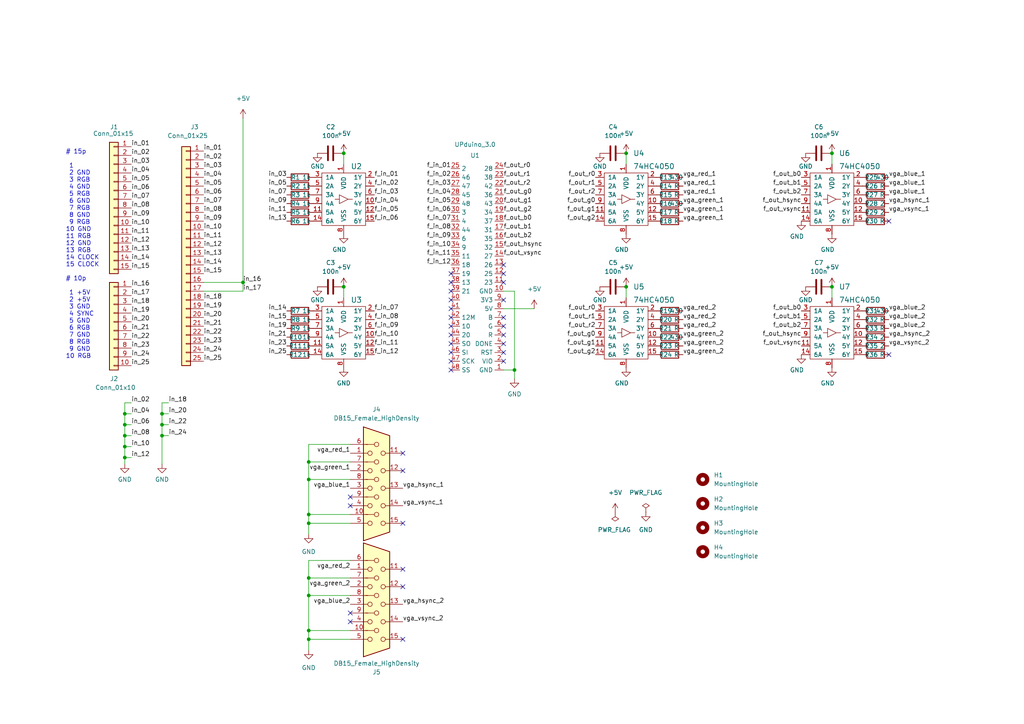
<source format=kicad_sch>
(kicad_sch (version 20211123) (generator eeschema)
  (paper "A4")
  (title_block (title "HP 545xxC LCD to VGA Adapter") (date "2022-12-20") (rev "1") (company "Alexander Huemer 2022") (comment 3 "License: CERN-OHL-P-2.0"))
  (lib_symbols
    (symbol "74HC4050_1" (pin_names (offset 1.016))
      (property "Reference" "U?" (at 2.0194 17.145 0))
      (property "Value" "74HC4050_1" (at 2.0194 13.335 0))
      (symbol "74HC4050_1_1_1"
        (pin passive line (at 0 10.16 270) (length 2.54) (name "VDD") (number "1"))
        (pin output line (at 8.89 -1.27 180) (length 2.54) (name "4Y") (number "10"))
        (pin input line (at -8.89 -3.81 0) (length 2.54) (name "5A") (number "11"))
        (pin output line (at 8.89 -3.81 180) (length 2.54) (name "5Y") (number "12"))
        (pin no_connect line (at 13.335 -10.795 180) (length 2.54) hide (name "NC") (number "13"))
        (pin input line (at -8.89 -6.35 0) (length 2.54) (name "6A") (number "14"))
        (pin output line (at 8.89 -6.35 180) (length 2.54) (name "6Y") (number "15"))
        (pin no_connect line (at 13.335 -13.97 180) (length 2.54) hide (name "NC") (number "16"))
        (pin output line (at 8.89 6.35 180) (length 2.54) (name "1Y") (number "2"))
        (pin input line (at -8.89 6.35 0) (length 2.54) (name "1A") (number "3"))
        (pin output line (at 8.89 3.81 180) (length 2.54) (name "2Y") (number "4"))
        (pin input line (at -8.89 3.81 0) (length 2.54) (name "2A") (number "5"))
        (pin output line (at 8.89 1.27 180) (length 2.54) (name "3Y") (number "6"))
        (pin input line (at -8.89 1.27 0) (length 2.54) (name "3A") (number "7"))
        (pin passive line (at 0 -10.16 90) (length 2.54) (name "VSS") (number "8"))
        (pin input line (at -8.89 -1.27 0) (length 2.54) (name "4A") (number "9"))
      )
    )
    (symbol "74HC4050_2" (pin_names (offset 1.016))
      (property "Reference" "U?" (at 2.0194 17.145 0))
      (property "Value" "74HC4050_2" (at 2.0194 13.335 0))
      (symbol "74HC4050_2_1_1"
        (pin passive line (at 0 10.16 270) (length 2.54) (name "VDD") (number "1"))
        (pin output line (at 8.89 -1.27 180) (length 2.54) (name "4Y") (number "10"))
        (pin input line (at -8.89 -3.81 0) (length 2.54) (name "5A") (number "11"))
        (pin output line (at 8.89 -3.81 180) (length 2.54) (name "5Y") (number "12"))
        (pin no_connect line (at 13.335 -10.795 180) (length 2.54) hide (name "NC") (number "13"))
        (pin input line (at -8.89 -6.35 0) (length 2.54) (name "6A") (number "14"))
        (pin output line (at 8.89 -6.35 180) (length 2.54) (name "6Y") (number "15"))
        (pin no_connect line (at 13.335 -13.97 180) (length 2.54) hide (name "NC") (number "16"))
        (pin output line (at 8.89 6.35 180) (length 2.54) (name "1Y") (number "2"))
        (pin input line (at -8.89 6.35 0) (length 2.54) (name "1A") (number "3"))
        (pin output line (at 8.89 3.81 180) (length 2.54) (name "2Y") (number "4"))
        (pin input line (at -8.89 3.81 0) (length 2.54) (name "2A") (number "5"))
        (pin output line (at 8.89 1.27 180) (length 2.54) (name "3Y") (number "6"))
        (pin input line (at -8.89 1.27 0) (length 2.54) (name "3A") (number "7"))
        (pin passive line (at 0 -10.16 90) (length 2.54) (name "VSS") (number "8"))
        (pin input line (at -8.89 -1.27 0) (length 2.54) (name "4A") (number "9"))
      )
    )
    (symbol "74HC4050_3" (pin_names (offset 1.016))
      (property "Reference" "U?" (at 2.0194 17.145 0))
      (property "Value" "74HC4050_3" (at 2.0194 13.335 0))
      (symbol "74HC4050_3_1_1"
        (pin passive line (at 0 10.16 270) (length 2.54) (name "VDD") (number "1"))
        (pin output line (at 8.89 -1.27 180) (length 2.54) (name "4Y") (number "10"))
        (pin input line (at -8.89 -3.81 0) (length 2.54) (name "5A") (number "11"))
        (pin output line (at 8.89 -3.81 180) (length 2.54) (name "5Y") (number "12"))
        (pin no_connect line (at 13.335 -10.795 180) (length 2.54) hide (name "NC") (number "13"))
        (pin input line (at -8.89 -6.35 0) (length 2.54) (name "6A") (number "14"))
        (pin output line (at 8.89 -6.35 180) (length 2.54) (name "6Y") (number "15"))
        (pin no_connect line (at 13.335 -13.97 180) (length 2.54) hide (name "NC") (number "16"))
        (pin output line (at 8.89 6.35 180) (length 2.54) (name "1Y") (number "2"))
        (pin input line (at -8.89 6.35 0) (length 2.54) (name "1A") (number "3"))
        (pin output line (at 8.89 3.81 180) (length 2.54) (name "2Y") (number "4"))
        (pin input line (at -8.89 3.81 0) (length 2.54) (name "2A") (number "5"))
        (pin output line (at 8.89 1.27 180) (length 2.54) (name "3Y") (number "6"))
        (pin input line (at -8.89 1.27 0) (length 2.54) (name "3A") (number "7"))
        (pin passive line (at 0 -10.16 90) (length 2.54) (name "VSS") (number "8"))
        (pin input line (at -8.89 -1.27 0) (length 2.54) (name "4A") (number "9"))
      )
    )
    (symbol "74HC4050_4" (pin_names (offset 1.016))
      (property "Reference" "U?" (at 2.0194 17.145 0))
      (property "Value" "74HC4050_4" (at 2.0194 13.335 0))
      (symbol "74HC4050_4_1_1"
        (pin passive line (at 0 10.16 270) (length 2.54) (name "VDD") (number "1"))
        (pin output line (at 8.89 -1.27 180) (length 2.54) (name "4Y") (number "10"))
        (pin input line (at -8.89 -3.81 0) (length 2.54) (name "5A") (number "11"))
        (pin output line (at 8.89 -3.81 180) (length 2.54) (name "5Y") (number "12"))
        (pin no_connect line (at 13.335 -10.795 180) (length 2.54) hide (name "NC") (number "13"))
        (pin input line (at -8.89 -6.35 0) (length 2.54) (name "6A") (number "14"))
        (pin output line (at 8.89 -6.35 180) (length 2.54) (name "6Y") (number "15"))
        (pin no_connect line (at 13.335 -13.97 180) (length 2.54) hide (name "NC") (number "16"))
        (pin output line (at 8.89 6.35 180) (length 2.54) (name "1Y") (number "2"))
        (pin input line (at -8.89 6.35 0) (length 2.54) (name "1A") (number "3"))
        (pin output line (at 8.89 3.81 180) (length 2.54) (name "2Y") (number "4"))
        (pin input line (at -8.89 3.81 0) (length 2.54) (name "2A") (number "5"))
        (pin output line (at 8.89 1.27 180) (length 2.54) (name "3Y") (number "6"))
        (pin input line (at -8.89 1.27 0) (length 2.54) (name "3A") (number "7"))
        (pin passive line (at 0 -10.16 90) (length 2.54) (name "VSS") (number "8"))
        (pin input line (at -8.89 -1.27 0) (length 2.54) (name "4A") (number "9"))
      )
    )
    (symbol "74HC4050_5" (pin_names (offset 1.016))
      (property "Reference" "U?" (at 2.0194 17.145 0))
      (property "Value" "74HC4050_5" (at 2.0194 13.335 0))
      (symbol "74HC4050_5_1_1"
        (pin passive line (at 0 10.16 270) (length 2.54) (name "VDD") (number "1"))
        (pin output line (at 8.89 -1.27 180) (length 2.54) (name "4Y") (number "10"))
        (pin input line (at -8.89 -3.81 0) (length 2.54) (name "5A") (number "11"))
        (pin output line (at 8.89 -3.81 180) (length 2.54) (name "5Y") (number "12"))
        (pin no_connect line (at 13.335 -10.795 180) (length 2.54) hide (name "NC") (number "13"))
        (pin input line (at -8.89 -6.35 0) (length 2.54) (name "6A") (number "14"))
        (pin output line (at 8.89 -6.35 180) (length 2.54) (name "6Y") (number "15"))
        (pin no_connect line (at 13.335 -13.97 180) (length 2.54) hide (name "NC") (number "16"))
        (pin output line (at 8.89 6.35 180) (length 2.54) (name "1Y") (number "2"))
        (pin input line (at -8.89 6.35 0) (length 2.54) (name "1A") (number "3"))
        (pin output line (at 8.89 3.81 180) (length 2.54) (name "2Y") (number "4"))
        (pin input line (at -8.89 3.81 0) (length 2.54) (name "2A") (number "5"))
        (pin output line (at 8.89 1.27 180) (length 2.54) (name "3Y") (number "6"))
        (pin input line (at -8.89 1.27 0) (length 2.54) (name "3A") (number "7"))
        (pin passive line (at 0 -10.16 90) (length 2.54) (name "VSS") (number "8"))
        (pin input line (at -8.89 -1.27 0) (length 2.54) (name "4A") (number "9"))
      )
    )
    (symbol "Connector:DB15_Female_HighDensity" (pin_names (offset 1.016) hide)
      (property "Reference" "J" (at 0 21.59 0))
      (property "Value" "DB15_Female_HighDensity" (at 0 19.05 0))
      (symbol "DB15_Female_HighDensity_1_1"
        (pin passive line (at -7.62 10.16 0) (length 5.08) (name "~") (number "1"))
        (pin passive line (at -7.62 -7.62 0) (length 5.08) (name "~") (number "10"))
        (pin passive line (at 7.62 10.16 180) (length 5.08) (name "~") (number "11"))
        (pin passive line (at 7.62 5.08 180) (length 5.08) (name "~") (number "12"))
        (pin passive line (at 7.62 0 180) (length 5.08) (name "~") (number "13"))
        (pin passive line (at 7.62 -5.08 180) (length 5.08) (name "~") (number "14"))
        (pin passive line (at 7.62 -10.16 180) (length 5.08) (name "~") (number "15"))
        (pin passive line (at -7.62 5.08 0) (length 5.08) (name "~") (number "2"))
        (pin passive line (at -7.62 0 0) (length 5.08) (name "~") (number "3"))
        (pin passive line (at -7.62 -5.08 0) (length 5.08) (name "~") (number "4"))
        (pin passive line (at -7.62 -10.16 0) (length 5.08) (name "~") (number "5"))
        (pin passive line (at -7.62 12.7 0) (length 5.08) (name "~") (number "6"))
        (pin passive line (at -7.62 7.62 0) (length 5.08) (name "~") (number "7"))
        (pin passive line (at -7.62 2.54 0) (length 5.08) (name "~") (number "8"))
        (pin passive line (at -7.62 -2.54 0) (length 5.08) (name "~") (number "9"))
      )
    )
    (symbol "Connector_Generic:Conn_01x10" (pin_names (offset 1.016) hide)
      (property "Reference" "J" (at 0 12.7 0))
      (property "Value" "Conn_01x10" (at 0 -15.24 0))
      (symbol "Conn_01x10_1_1"
        (pin passive line (at -5.08 10.16 0) (length 3.81) (name "Pin_1") (number "1"))
        (pin passive line (at -5.08 -12.7 0) (length 3.81) (name "Pin_10") (number "10"))
        (pin passive line (at -5.08 7.62 0) (length 3.81) (name "Pin_2") (number "2"))
        (pin passive line (at -5.08 5.08 0) (length 3.81) (name "Pin_3") (number "3"))
        (pin passive line (at -5.08 2.54 0) (length 3.81) (name "Pin_4") (number "4"))
        (pin passive line (at -5.08 0 0) (length 3.81) (name "Pin_5") (number "5"))
        (pin passive line (at -5.08 -2.54 0) (length 3.81) (name "Pin_6") (number "6"))
        (pin passive line (at -5.08 -5.08 0) (length 3.81) (name "Pin_7") (number "7"))
        (pin passive line (at -5.08 -7.62 0) (length 3.81) (name "Pin_8") (number "8"))
        (pin passive line (at -5.08 -10.16 0) (length 3.81) (name "Pin_9") (number "9"))
      )
    )
    (symbol "Connector_Generic:Conn_01x15" (pin_names (offset 1.016) hide)
      (property "Reference" "J" (at 0 20.32 0))
      (property "Value" "Conn_01x15" (at 0 -20.32 0))
      (symbol "Conn_01x15_1_1"
        (pin passive line (at -5.08 17.78 0) (length 3.81) (name "Pin_1") (number "1"))
        (pin passive line (at -5.08 -5.08 0) (length 3.81) (name "Pin_10") (number "10"))
        (pin passive line (at -5.08 -7.62 0) (length 3.81) (name "Pin_11") (number "11"))
        (pin passive line (at -5.08 -10.16 0) (length 3.81) (name "Pin_12") (number "12"))
        (pin passive line (at -5.08 -12.7 0) (length 3.81) (name "Pin_13") (number "13"))
        (pin passive line (at -5.08 -15.24 0) (length 3.81) (name "Pin_14") (number "14"))
        (pin passive line (at -5.08 -17.78 0) (length 3.81) (name "Pin_15") (number "15"))
        (pin passive line (at -5.08 15.24 0) (length 3.81) (name "Pin_2") (number "2"))
        (pin passive line (at -5.08 12.7 0) (length 3.81) (name "Pin_3") (number "3"))
        (pin passive line (at -5.08 10.16 0) (length 3.81) (name "Pin_4") (number "4"))
        (pin passive line (at -5.08 7.62 0) (length 3.81) (name "Pin_5") (number "5"))
        (pin passive line (at -5.08 5.08 0) (length 3.81) (name "Pin_6") (number "6"))
        (pin passive line (at -5.08 2.54 0) (length 3.81) (name "Pin_7") (number "7"))
        (pin passive line (at -5.08 0 0) (length 3.81) (name "Pin_8") (number "8"))
        (pin passive line (at -5.08 -2.54 0) (length 3.81) (name "Pin_9") (number "9"))
      )
    )
    (symbol "Connector_Generic:Conn_01x25" (pin_names (offset 1.016) hide)
      (property "Reference" "J" (at 0 33.02 0))
      (property "Value" "Conn_01x25" (at 0 -33.02 0))
      (symbol "Conn_01x25_1_1"
        (pin passive line (at -5.08 30.48 0) (length 3.81) (name "Pin_1") (number "1"))
        (pin passive line (at -5.08 7.62 0) (length 3.81) (name "Pin_10") (number "10"))
        (pin passive line (at -5.08 5.08 0) (length 3.81) (name "Pin_11") (number "11"))
        (pin passive line (at -5.08 2.54 0) (length 3.81) (name "Pin_12") (number "12"))
        (pin passive line (at -5.08 0 0) (length 3.81) (name "Pin_13") (number "13"))
        (pin passive line (at -5.08 -2.54 0) (length 3.81) (name "Pin_14") (number "14"))
        (pin passive line (at -5.08 -5.08 0) (length 3.81) (name "Pin_15") (number "15"))
        (pin passive line (at -5.08 -7.62 0) (length 3.81) (name "Pin_16") (number "16"))
        (pin passive line (at -5.08 -10.16 0) (length 3.81) (name "Pin_17") (number "17"))
        (pin passive line (at -5.08 -12.7 0) (length 3.81) (name "Pin_18") (number "18"))
        (pin passive line (at -5.08 -15.24 0) (length 3.81) (name "Pin_19") (number "19"))
        (pin passive line (at -5.08 27.94 0) (length 3.81) (name "Pin_2") (number "2"))
        (pin passive line (at -5.08 -17.78 0) (length 3.81) (name "Pin_20") (number "20"))
        (pin passive line (at -5.08 -20.32 0) (length 3.81) (name "Pin_21") (number "21"))
        (pin passive line (at -5.08 -22.86 0) (length 3.81) (name "Pin_22") (number "22"))
        (pin passive line (at -5.08 -25.4 0) (length 3.81) (name "Pin_23") (number "23"))
        (pin passive line (at -5.08 -27.94 0) (length 3.81) (name "Pin_24") (number "24"))
        (pin passive line (at -5.08 -30.48 0) (length 3.81) (name "Pin_25") (number "25"))
        (pin passive line (at -5.08 25.4 0) (length 3.81) (name "Pin_3") (number "3"))
        (pin passive line (at -5.08 22.86 0) (length 3.81) (name "Pin_4") (number "4"))
        (pin passive line (at -5.08 20.32 0) (length 3.81) (name "Pin_5") (number "5"))
        (pin passive line (at -5.08 17.78 0) (length 3.81) (name "Pin_6") (number "6"))
        (pin passive line (at -5.08 15.24 0) (length 3.81) (name "Pin_7") (number "7"))
        (pin passive line (at -5.08 12.7 0) (length 3.81) (name "Pin_8") (number "8"))
        (pin passive line (at -5.08 10.16 0) (length 3.81) (name "Pin_9") (number "9"))
      )
    )
    (symbol "Device:C" (pin_numbers hide) (pin_names (offset 0.254))
      (property "Reference" "C" (at 0.635 2.54 0))
      (property "Value" "C" (at 0.635 -2.54 0))
      (symbol "C_1_1"
        (pin passive line (at 0 3.81 270) (length 2.794) (name "~") (number "1"))
        (pin passive line (at 0 -3.81 90) (length 2.794) (name "~") (number "2"))
      )
    )
    (symbol "Device:R" (pin_numbers hide) (pin_names (offset 0))
      (property "Reference" "R" (at 2.032 0 90))
      (property "Value" "R" (at 0 0 90))
      (symbol "R_1_1"
        (pin passive line (at 0 3.81 270) (length 1.27) (name "~") (number "1"))
        (pin passive line (at 0 -3.81 90) (length 1.27) (name "~") (number "2"))
      )
    )
    (symbol "HP_54542C_Display_Adapter:74HC4050" (pin_names (offset 1.016))
      (property "Reference" "U?" (at 2.0194 17.145 0))
      (property "Value" "74HC4050" (at 2.0194 13.335 0))
      (symbol "74HC4050_1_1"
        (pin passive line (at 0 10.16 270) (length 2.54) (name "VDD") (number "1"))
        (pin output line (at 8.89 -1.27 180) (length 2.54) (name "4Y") (number "10"))
        (pin input line (at -8.89 -3.81 0) (length 2.54) (name "5A") (number "11"))
        (pin output line (at 8.89 -3.81 180) (length 2.54) (name "5Y") (number "12"))
        (pin no_connect line (at 13.335 -10.795 180) (length 2.54) hide (name "NC") (number "13"))
        (pin input line (at -8.89 -6.35 0) (length 2.54) (name "6A") (number "14"))
        (pin output line (at 8.89 -6.35 180) (length 2.54) (name "6Y") (number "15"))
        (pin no_connect line (at 13.335 -13.97 180) (length 2.54) hide (name "NC") (number "16"))
        (pin output line (at 8.89 6.35 180) (length 2.54) (name "1Y") (number "2"))
        (pin input line (at -8.89 6.35 0) (length 2.54) (name "1A") (number "3"))
        (pin output line (at 8.89 3.81 180) (length 2.54) (name "2Y") (number "4"))
        (pin input line (at -8.89 3.81 0) (length 2.54) (name "2A") (number "5"))
        (pin output line (at 8.89 1.27 180) (length 2.54) (name "3Y") (number "6"))
        (pin input line (at -8.89 1.27 0) (length 2.54) (name "3A") (number "7"))
        (pin passive line (at 0 -10.16 90) (length 2.54) (name "VSS") (number "8"))
        (pin input line (at -8.89 -1.27 0) (length 2.54) (name "4A") (number "9"))
      )
    )
    (symbol "HP_54542C_Display_Adapter:UPduino_3.0"
      (property "Reference" "U1" (at -11.1125 -28.8925 90))
      (property "Value" "UPduino_3.0" (at -13.6525 -28.8925 90))
      (symbol "UPduino_3.0_1_1"
        (pin passive line (at 0 0 0) (length 2.54) (name "GND") (number "1"))
        (pin passive line (at 0 -22.86 0) (length 2.54) (name "GND") (number "10"))
        (pin bidirectional line (at 0 -25.4 0) (length 2.54) (name "23") (number "11"))
        (pin bidirectional line (at 0 -27.94 0) (length 2.54) (name "25") (number "12"))
        (pin bidirectional line (at 0 -30.48 0) (length 2.54) (name "26") (number "13"))
        (pin bidirectional line (at 0 -33.02 0) (length 2.54) (name "27") (number "14"))
        (pin bidirectional line (at 0 -35.56 0) (length 2.54) (name "32") (number "15"))
        (pin bidirectional line (at 0 -38.1 0) (length 2.54) (name "35") (number "16"))
        (pin bidirectional line (at 0 -40.64 0) (length 2.54) (name "31") (number "17"))
        (pin bidirectional line (at 0 -43.18 0) (length 2.54) (name "37") (number "18"))
        (pin bidirectional line (at 0 -45.72 0) (length 2.54) (name "34") (number "19"))
        (pin bidirectional line (at 0 -2.54 0) (length 2.54) (name "VIO") (number "2"))
        (pin bidirectional line (at 0 -48.26 0) (length 2.54) (name "43") (number "20"))
        (pin bidirectional line (at 0 -50.8 0) (length 2.54) (name "36") (number "21"))
        (pin bidirectional line (at 0 -53.34 0) (length 2.54) (name "42") (number "22"))
        (pin bidirectional line (at 0 -55.88 0) (length 2.54) (name "38") (number "23"))
        (pin bidirectional line (at 0 -58.42 0) (length 2.54) (name "28") (number "24"))
        (pin bidirectional line (at 15.24 -58.42 180) (length 2.54) (name "2") (number "25"))
        (pin bidirectional line (at 15.24 -55.88 180) (length 2.54) (name "46") (number "26"))
        (pin bidirectional line (at 15.24 -53.34 180) (length 2.54) (name "47") (number "27"))
        (pin bidirectional line (at 15.24 -50.8 180) (length 2.54) (name "45") (number "28"))
        (pin bidirectional line (at 15.24 -48.26 180) (length 2.54) (name "48") (number "29"))
        (pin bidirectional line (at 0 -5.08 0) (length 2.54) (name "RST") (number "3"))
        (pin bidirectional line (at 15.24 -45.72 180) (length 2.54) (name "3") (number "30"))
        (pin bidirectional line (at 15.24 -43.18 180) (length 2.54) (name "4") (number "31"))
        (pin bidirectional line (at 15.24 -40.64 180) (length 2.54) (name "44") (number "32"))
        (pin bidirectional line (at 15.24 -38.1 180) (length 2.54) (name "6") (number "33"))
        (pin bidirectional line (at 15.24 -35.56 180) (length 2.54) (name "9") (number "34"))
        (pin bidirectional line (at 15.24 -33.02 180) (length 2.54) (name "11") (number "35"))
        (pin bidirectional line (at 15.24 -30.48 180) (length 2.54) (name "18") (number "36"))
        (pin bidirectional line (at 15.24 -27.94 180) (length 2.54) (name "19") (number "37"))
        (pin bidirectional line (at 15.24 -25.4 180) (length 2.54) (name "13") (number "38"))
        (pin bidirectional line (at 15.24 -22.86 180) (length 2.54) (name "21") (number "39"))
        (pin bidirectional line (at 0 -7.62 0) (length 2.54) (name "DONE") (number "4"))
        (pin bidirectional line (at 15.24 -20.32 180) (length 2.54) (name "") (number "40"))
        (pin bidirectional line (at 15.24 -17.78 180) (length 2.54) (name "") (number "41"))
        (pin bidirectional line (at 15.24 -15.24 180) (length 2.54) (name "12M") (number "42"))
        (pin bidirectional line (at 15.24 -12.7 180) (length 2.54) (name "10") (number "43"))
        (pin bidirectional line (at 15.24 -10.16 180) (length 2.54) (name "20") (number "44"))
        (pin bidirectional line (at 15.24 -7.62 180) (length 2.54) (name "SO") (number "45"))
        (pin bidirectional line (at 15.24 -5.08 180) (length 2.54) (name "SI") (number "46"))
        (pin bidirectional line (at 15.24 -2.54 180) (length 2.54) (name "SCK") (number "47"))
        (pin bidirectional line (at 15.24 0 180) (length 2.54) (name "SS") (number "48"))
        (pin bidirectional line (at 0 -10.16 0) (length 2.54) (name "R") (number "5"))
        (pin bidirectional line (at 0 -12.7 0) (length 2.54) (name "G") (number "6"))
        (pin bidirectional line (at 0 -15.24 0) (length 2.54) (name "B") (number "7"))
        (pin passive line (at 0 -17.78 0) (length 2.54) (name "5V") (number "8"))
        (pin passive line (at 0 -20.32 0) (length 2.54) (name "3V3") (number "9"))
      )
    )
    (symbol "Mechanical:MountingHole" (pin_names (offset 1.016))
      (property "Reference" "H" (at 0 5.08 0))
      (property "Value" "MountingHole" (at 0 3.175 0))
    )
    (symbol "power:+5V" (power) (pin_names (offset 0))
      (property "Value" "+5V" (at 0 3.556 0))
      (symbol "+5V_1_1"
        (pin power_in line (at 0 0 90) (length 0) hide (name "+5V") (number "1"))
      )
    )
    (symbol "power:GND" (power) (pin_names (offset 0))
      (property "Value" "GND" (at 0 -3.81 0))
      (symbol "GND_1_1"
        (pin power_in line (at 0 0 270) (length 0) hide (name "GND") (number "1"))
      )
    )
    (symbol "power:PWR_FLAG" (power) (pin_numbers hide) (pin_names (offset 0) hide)
      (property "Value" "PWR_FLAG" (at 0 3.81 0))
      (symbol "PWR_FLAG_0_0"
        (pin power_out line (at 0 0 90) (length 0) (name "pwr") (number "1"))
      )
    )
  )
  (junction (at 181.61 83.185))
  (junction (at 241.3 44.45))
  (junction (at 46.99 123.19))
  (junction (at 36.195 126.365))
  (junction (at 89.535 133.985))
  (junction (at 89.535 172.72))
  (junction (at 36.195 123.19))
  (junction (at 99.695 44.45))
  (junction (at 70.485 81.915))
  (junction (at 36.195 132.715))
  (junction (at 36.195 120.015))
  (junction (at 149.225 107.315))
  (junction (at 89.535 185.42))
  (junction (at 46.99 126.365))
  (junction (at 89.535 151.765))
  (junction (at 89.535 149.225))
  (junction (at 89.535 167.64))
  (junction (at 36.195 129.54))
  (junction (at 46.99 120.015))
  (junction (at 89.535 139.065))
  (junction (at 99.695 83.185))
  (junction (at 89.535 182.88))
  (junction (at 241.3 83.185))
  (junction (at 181.61 44.45))
  (no_connect (at 116.84 165.1))
  (no_connect (at 130.81 104.775))
  (no_connect (at 101.6 146.685))
  (no_connect (at 116.84 131.445))
  (no_connect (at 146.05 99.695))
  (no_connect (at 130.81 94.615))
  (no_connect (at 257.81 102.87))
  (no_connect (at 130.81 81.915))
  (no_connect (at 146.05 102.235))
  (no_connect (at 116.84 151.765))
  (no_connect (at 130.81 89.535))
  (no_connect (at 130.81 79.375))
  (no_connect (at 130.81 102.235))
  (no_connect (at 146.05 86.995))
  (no_connect (at 257.81 64.135))
  (no_connect (at 146.05 104.775))
  (no_connect (at 101.6 144.145))
  (no_connect (at 146.05 79.375))
  (no_connect (at 101.6 180.34))
  (no_connect (at 146.05 76.835))
  (no_connect (at 146.05 97.155))
  (no_connect (at 130.81 92.075))
  (no_connect (at 130.81 84.455))
  (no_connect (at 116.84 136.525))
  (no_connect (at 130.81 86.995))
  (no_connect (at 116.84 170.18))
  (no_connect (at 116.84 185.42))
  (no_connect (at 130.81 99.695))
  (no_connect (at 146.05 81.915))
  (no_connect (at 130.81 107.315))
  (no_connect (at 101.6 177.8))
  (no_connect (at 130.81 97.155))
  (no_connect (at 146.05 94.615))
  (no_connect (at 146.05 92.075))
  (wire (pts (xy 89.535 188.595) (xy 89.535 185.42)))
  (wire (pts (xy 36.195 123.19) (xy 38.1 123.19)))
  (wire (pts (xy 38.1 116.84) (xy 36.195 116.84)))
  (wire (pts (xy 70.485 81.915) (xy 70.485 84.455)))
  (wire (pts (xy 89.535 172.72) (xy 101.6 172.72)))
  (wire (pts (xy 36.195 132.715) (xy 36.195 134.62)))
  (wire (pts (xy 70.485 84.455) (xy 59.055 84.455)))
  (wire (pts (xy 146.05 84.455) (xy 149.225 84.455)))
  (wire (pts (xy 241.3 44.45) (xy 241.3 47.625)))
  (wire (pts (xy 36.195 126.365) (xy 38.1 126.365)))
  (wire (pts (xy 89.535 128.905) (xy 101.6 128.905)))
  (wire (pts (xy 36.195 129.54) (xy 38.1 129.54)))
  (wire (pts (xy 36.195 120.015) (xy 38.1 120.015)))
  (wire (pts (xy 89.535 139.065) (xy 89.535 133.985)))
  (wire (pts (xy 89.535 172.72) (xy 89.535 182.88)))
  (wire (pts (xy 99.695 44.45) (xy 99.695 47.625)))
  (wire (pts (xy 36.195 132.715) (xy 38.1 132.715)))
  (wire (pts (xy 89.535 162.56) (xy 101.6 162.56)))
  (wire (pts (xy 46.99 116.84) (xy 46.99 120.015)))
  (wire (pts (xy 89.535 172.72) (xy 89.535 167.64)))
  (wire (pts (xy 36.195 123.19) (xy 36.195 126.365)))
  (wire (pts (xy 241.3 83.185) (xy 241.3 86.36)))
  (wire (pts (xy 46.99 126.365) (xy 46.99 134.62)))
  (wire (pts (xy 46.99 123.19) (xy 48.895 123.19)))
  (wire (pts (xy 89.535 182.88) (xy 101.6 182.88)))
  (wire (pts (xy 89.535 133.985) (xy 101.6 133.985)))
  (wire (pts (xy 89.535 185.42) (xy 101.6 185.42)))
  (wire (pts (xy 181.61 44.45) (xy 181.61 47.625)))
  (wire (pts (xy 36.195 129.54) (xy 36.195 132.715)))
  (wire (pts (xy 36.195 126.365) (xy 36.195 129.54)))
  (wire (pts (xy 59.055 81.915) (xy 70.485 81.915)))
  (wire (pts (xy 48.895 116.84) (xy 46.99 116.84)))
  (wire (pts (xy 89.535 133.985) (xy 89.535 128.905)))
  (wire (pts (xy 89.535 151.765) (xy 89.535 149.225)))
  (wire (pts (xy 181.61 83.185) (xy 181.61 86.36)))
  (wire (pts (xy 46.99 120.015) (xy 46.99 123.19)))
  (wire (pts (xy 149.225 107.315) (xy 149.225 109.855)))
  (wire (pts (xy 36.195 116.84) (xy 36.195 120.015)))
  (wire (pts (xy 89.535 149.225) (xy 101.6 149.225)))
  (wire (pts (xy 89.535 185.42) (xy 89.535 182.88)))
  (wire (pts (xy 89.535 167.64) (xy 101.6 167.64)))
  (wire (pts (xy 149.225 84.455) (xy 149.225 107.315)))
  (wire (pts (xy 70.485 34.29) (xy 70.485 81.915)))
  (wire (pts (xy 89.535 154.94) (xy 89.535 151.765)))
  (wire (pts (xy 89.535 139.065) (xy 89.535 149.225)))
  (wire (pts (xy 89.535 167.64) (xy 89.535 162.56)))
  (wire (pts (xy 46.99 120.015) (xy 48.895 120.015)))
  (wire (pts (xy 89.535 139.065) (xy 101.6 139.065)))
  (wire (pts (xy 46.99 126.365) (xy 48.895 126.365)))
  (wire (pts (xy 36.195 120.015) (xy 36.195 123.19)))
  (wire (pts (xy 146.05 107.315) (xy 149.225 107.315)))
  (wire (pts (xy 146.05 89.535) (xy 154.94 89.535)))
  (wire (pts (xy 89.535 151.765) (xy 101.6 151.765)))
  (wire (pts (xy 99.695 83.185) (xy 99.695 86.36)))
  (wire (pts (xy 46.99 123.19) (xy 46.99 126.365)))
  (text "# 15p\n\n 1 \n 2 GND\n 3 RGB\n 4 GND\n 5 RGB\n 6 GND\n 7 RGB\n 8 GND\n 9 RGB\n10 GND\n11 RGB\n12 GND\n13 RGB\n14 CLOCK\n15 CLOCK\n\n# 10p\n\n 1 +5V\n 2 +5V\n 3 GND\n 4 SYNC\n 5 GND\n 6 RGB\n 7 GND\n 8 RGB\n 9 GND\n10 RGB\n" (at 19.05 104.14 0) (effects (font (size 1.27 1.27)) (justify left bottom)))
  (label "in_25" (at 38.1 106.045 0))
  (label "in_02" (at 38.1 116.84 0))
  (label "f_out_vsync" (at 146.05 74.295 0))
  (label "in_08" (at 38.1 60.325 0))
  (label "vga_red_2" (at 101.6 165.1 180))
  (label "vga_blue_1" (at 257.81 53.975 0))
  (label "in_21" (at 59.055 94.615 0))
  (label "vga_red_1" (at 198.12 51.435 0))
  (label "in_11" (at 83.185 61.595 180))
  (label "in_12" (at 38.1 70.485 0))
  (label "in_01" (at 59.055 43.815 0))
  (label "in_16" (at 38.1 83.185 0))
  (label "f_in_08" (at 130.81 66.675 180))
  (label "in_14" (at 59.055 76.835 0))
  (label "f_out_vsync" (at 232.41 100.33 180))
  (label "vga_blue_1" (at 257.81 51.435 0))
  (label "f_out_b0" (at 232.41 90.17 180))
  (label "in_23" (at 59.055 99.695 0))
  (label "vga_green_2" (at 198.12 100.33 0))
  (label "vga_hsync_1" (at 257.81 59.055 0))
  (label "f_in_05" (at 130.81 59.055 180))
  (label "f_in_02" (at 130.81 51.435 180))
  (label "f_out_r2" (at 172.72 56.515 180))
  (label "f_in_12" (at 130.81 76.835 180))
  (label "f_out_b1" (at 232.41 92.71 180))
  (label "in_20" (at 48.895 120.015 0))
  (label "f_in_04" (at 108.585 59.055 0))
  (label "vga_red_1" (at 198.12 56.515 0))
  (label "f_out_vsync" (at 232.41 61.595 180))
  (label "in_07" (at 59.055 59.055 0))
  (label "f_in_12" (at 108.585 102.87 0))
  (label "f_out_hsync" (at 232.41 97.79 180))
  (label "in_15" (at 83.185 92.71 180))
  (label "in_15" (at 59.055 79.375 0))
  (label "in_07" (at 38.1 57.785 0))
  (label "in_04" (at 38.1 120.015 0))
  (label "in_09" (at 83.185 59.055 180))
  (label "vga_green_1" (at 198.12 64.135 0))
  (label "f_out_g1" (at 146.05 59.055 0))
  (label "f_in_11" (at 108.585 100.33 0))
  (label "vga_green_1" (at 101.6 136.525 180))
  (label "vga_vsync_1" (at 116.84 146.685 0))
  (label "in_07" (at 83.185 56.515 180))
  (label "f_out_r0" (at 146.05 48.895 0))
  (label "f_out_g0" (at 172.72 59.055 180))
  (label "in_11" (at 38.1 67.945 0))
  (label "f_out_hsync" (at 146.05 71.755 0))
  (label "in_05" (at 38.1 52.705 0))
  (label "in_10" (at 38.1 65.405 0))
  (label "in_19" (at 59.055 89.535 0))
  (label "in_09" (at 38.1 62.865 0))
  (label "vga_blue_1" (at 101.6 141.605 180))
  (label "vga_green_2" (at 198.12 102.87 0))
  (label "in_19" (at 38.1 90.805 0))
  (label "in_03" (at 59.055 48.895 0))
  (label "f_out_r2" (at 146.05 53.975 0))
  (label "in_14" (at 83.185 90.17 180))
  (label "in_10" (at 38.1 129.54 0))
  (label "in_08" (at 38.1 126.365 0))
  (label "f_out_g2" (at 172.72 64.135 180))
  (label "f_in_09" (at 108.585 95.25 0))
  (label "f_out_r1" (at 172.72 53.975 180))
  (label "in_04" (at 38.1 50.165 0))
  (label "vga_blue_2" (at 257.81 92.71 0))
  (label "in_03" (at 83.185 51.435 180))
  (label "f_in_06" (at 130.81 61.595 180))
  (label "vga_blue_2" (at 257.81 95.25 0))
  (label "vga_red_1" (at 101.6 131.445 180))
  (label "f_out_hsync" (at 232.41 59.055 180))
  (label "vga_green_2" (at 101.6 170.18 180))
  (label "in_20" (at 38.1 93.345 0))
  (label "f_in_09" (at 130.81 69.215 180))
  (label "f_in_02" (at 108.585 53.975 0))
  (label "f_out_g1" (at 172.72 61.595 180))
  (label "in_22" (at 38.1 98.425 0))
  (label "vga_green_1" (at 198.12 59.055 0))
  (label "in_18" (at 38.1 88.265 0))
  (label "f_out_r0" (at 172.72 90.17 180))
  (label "vga_hsync_2" (at 257.81 97.79 0))
  (label "in_18" (at 59.055 86.995 0))
  (label "f_in_07" (at 130.81 64.135 180))
  (label "in_19" (at 83.185 95.25 180))
  (label "vga_red_2" (at 198.12 90.17 0))
  (label "in_04" (at 59.055 51.435 0))
  (label "f_in_06" (at 108.585 64.135 0))
  (label "vga_hsync_2" (at 116.84 175.26 0))
  (label "f_in_03" (at 108.585 56.515 0))
  (label "vga_red_2" (at 198.12 95.25 0))
  (label "vga_red_2" (at 198.12 92.71 0))
  (label "vga_vsync_2" (at 257.81 100.33 0))
  (label "in_13" (at 59.055 74.295 0))
  (label "f_out_b0" (at 232.41 51.435 180))
  (label "vga_vsync_2" (at 116.84 180.34 0))
  (label "vga_blue_2" (at 101.6 175.26 180))
  (label "f_in_11" (at 130.81 74.295 180))
  (label "f_in_10" (at 130.81 71.755 180))
  (label "in_13" (at 38.1 73.025 0))
  (label "f_out_g0" (at 146.05 56.515 0))
  (label "f_out_b0" (at 146.05 64.135 0))
  (label "f_out_b2" (at 232.41 56.515 180))
  (label "in_05" (at 83.185 53.975 180))
  (label "in_13" (at 83.185 64.135 180))
  (label "vga_blue_1" (at 257.81 56.515 0))
  (label "in_22" (at 48.895 123.19 0))
  (label "f_out_b1" (at 232.41 53.975 180))
  (label "f_out_b2" (at 232.41 95.25 180))
  (label "f_in_08" (at 108.585 92.71 0))
  (label "in_08" (at 59.055 61.595 0))
  (label "f_out_r0" (at 172.72 51.435 180))
  (label "in_23" (at 38.1 100.965 0))
  (label "f_out_g0" (at 172.72 97.79 180))
  (label "in_12" (at 59.055 71.755 0))
  (label "in_09" (at 59.055 64.135 0))
  (label "vga_green_1" (at 198.12 61.595 0))
  (label "in_11" (at 59.055 69.215 0))
  (label "vga_red_1" (at 198.12 53.975 0))
  (label "f_in_01" (at 108.585 51.435 0))
  (label "in_22" (at 59.055 97.155 0))
  (label "in_25" (at 59.055 104.775 0))
  (label "in_10" (at 59.055 66.675 0))
  (label "vga_vsync_1" (at 257.81 61.595 0))
  (label "f_in_04" (at 130.81 56.515 180))
  (label "in_25" (at 83.185 102.87 180))
  (label "in_01" (at 38.1 42.545 0))
  (label "in_20" (at 59.055 92.075 0))
  (label "in_21" (at 38.1 95.885 0))
  (label "f_out_g2" (at 172.72 102.87 180))
  (label "in_06" (at 38.1 123.19 0))
  (label "in_14" (at 38.1 75.565 0))
  (label "vga_hsync_1" (at 116.84 141.605 0))
  (label "f_out_r1" (at 146.05 51.435 0))
  (label "f_in_05" (at 108.585 61.595 0))
  (label "in_18" (at 48.895 116.84 0))
  (label "in_24" (at 38.1 103.505 0))
  (label "f_in_07" (at 108.585 90.17 0))
  (label "in_03" (at 38.1 47.625 0))
  (label "in_16" (at 70.485 81.915 0))
  (label "f_out_r1" (at 172.72 92.71 180))
  (label "in_02" (at 59.055 46.355 0))
  (label "in_23" (at 83.185 100.33 180))
  (label "f_out_g2" (at 146.05 61.595 0))
  (label "f_out_b2" (at 146.05 69.215 0))
  (label "vga_blue_2" (at 257.81 90.17 0))
  (label "vga_green_2" (at 198.12 97.79 0))
  (label "in_05" (at 59.055 53.975 0))
  (label "f_out_g1" (at 172.72 100.33 180))
  (label "f_in_10" (at 108.585 97.79 0))
  (label "in_17" (at 70.485 84.455 0))
  (label "f_in_03" (at 130.81 53.975 180))
  (label "in_17" (at 38.1 85.725 0))
  (label "f_out_b1" (at 146.05 66.675 0))
  (label "in_06" (at 59.055 56.515 0))
  (label "in_12" (at 38.1 132.715 0))
  (label "in_24" (at 48.895 126.365 0))
  (label "in_06" (at 38.1 55.245 0))
  (label "in_21" (at 83.185 97.79 180))
  (label "in_15" (at 38.1 78.105 0))
  (label "f_out_r2" (at 172.72 95.25 180))
  (label "in_24" (at 59.055 102.235 0))
  (label "in_02" (at 38.1 45.085 0))
  (label "f_in_01" (at 130.81 48.895 180))
  (symbol (lib_id "Device:R") (at 86.995 102.87 90) (unit 1)
    (property "Reference" "R12" (at 85.725 102.87 90))
    (property "Value" "1k" (at 88.9 102.87 90))
    (property "Footprint" "Resistor_SMD:R_0603_1608Metric_Pad0.98x0.95mm_HandSolder" (effects hide))
    (property "LCSC" "C21190" (effects hide))
  )
  (symbol (lib_id "Device:R") (at 254 95.25 90) (unit 1)
    (property "Reference" "R33" (at 252.73 95.25 90))
    (property "Value" "R" (at 255.905 95.25 90))
    (property "Footprint" "Resistor_SMD:R_0603_1608Metric_Pad0.98x0.95mm_HandSolder" (effects hide))
  )
  (symbol (lib_id "power:+5V") (at 70.485 34.29 0) (unit 1)
    (property "Reference" "#PWR09" (effects hide))
    (property "Value" "+5V" (at 70.485 28.575 0))
  )
  (symbol (lib_id "Mechanical:MountingHole") (at 203.835 146.05 0) (unit 1)
    (property "Reference" "H2" (at 207.01 144.7799 0) (effects (justify left)))
    (property "Value" "MountingHole" (at 207.01 147.3199 0) (effects (justify left)))
    (property "Footprint" "MountingHole:MountingHole_4.3mm_M4_DIN965_Pad" (effects hide))
  )
  (symbol (lib_id "Device:R") (at 194.31 90.17 90) (unit 1)
    (property "Reference" "R19" (at 193.04 90.17 90))
    (property "Value" "430" (at 196.215 90.17 90))
    (property "Footprint" "Resistor_SMD:R_0603_1608Metric_Pad0.98x0.95mm_HandSolder" (effects hide))
    (property "LCSC" "C23170" (effects hide))
  )
  (symbol (lib_id "power:GND") (at 233.68 44.45 0) (unit 1)
    (property "Reference" "#PWR0110" (effects hide))
    (property "Value" "GND" (at 233.68 48.26 0))
  )
  (symbol (lib_id "Device:C") (at 177.8 83.185 90) (unit 1)
    (property "Reference" "C5" (at 177.8 76.2 90))
    (property "Value" "100n" (at 177.8 78.74 90))
    (property "Footprint" "Capacitor_SMD:C_0603_1608Metric_Pad1.08x0.95mm_HandSolder" (effects hide))
    (property "LCSC" "C14663" (effects hide))
  )
  (symbol (lib_id "power:GND") (at 232.41 102.87 0) (unit 1)
    (property "Reference" "#PWR035" (effects hide))
    (property "Value" "GND" (at 231.14 107.315 0))
  )
  (symbol (lib_id "Device:R") (at 254 97.79 90) (unit 1)
    (property "Reference" "R34" (at 252.73 97.79 90))
    (property "Value" "2" (at 255.905 97.79 90))
    (property "Footprint" "Resistor_SMD:R_0603_1608Metric_Pad0.98x0.95mm_HandSolder" (effects hide))
    (property "LCSC" "C22977" (effects hide))
  )
  (symbol (lib_id "Device:R") (at 194.31 100.33 90) (unit 1)
    (property "Reference" "R23" (at 193.04 100.33 90))
    (property "Value" "R" (at 196.215 100.33 90))
    (property "Footprint" "Resistor_SMD:R_0603_1608Metric_Pad0.98x0.95mm_HandSolder" (effects hide))
  )
  (symbol (lib_id "Device:R") (at 194.31 53.975 90) (unit 1)
    (property "Reference" "R14" (at 193.04 53.975 90))
    (property "Value" "R" (at 196.215 53.975 90))
    (property "Footprint" "Resistor_SMD:R_0603_1608Metric_Pad0.98x0.95mm_HandSolder" (effects hide))
  )
  (symbol (lib_id "Device:C") (at 237.49 83.185 90) (unit 1)
    (property "Reference" "C7" (at 237.49 76.2 90))
    (property "Value" "100n" (at 237.49 78.74 90))
    (property "Footprint" "Capacitor_SMD:C_0603_1608Metric_Pad1.08x0.95mm_HandSolder" (effects hide))
    (property "LCSC" "C14663" (effects hide))
  )
  (symbol (lib_id "Connector:DB15_Female_HighDensity") (at 109.22 175.26 0) (unit 1)
    (property "Reference" "J5" (at 109.22 194.945 0))
    (property "Value" "DB15_Female_HighDensity" (at 109.22 192.405 0))
    (property "Footprint" "HP_54542C_Display_Adapter:VGA" (effects hide))
    (property "Datasheet" " ~" (effects hide))
  )
  (symbol (lib_id "Device:C") (at 95.885 83.185 90) (unit 1)
    (property "Reference" "C3" (at 95.885 76.2 90))
    (property "Value" "100n" (at 95.885 78.74 90))
    (property "Footprint" "Capacitor_SMD:C_0603_1608Metric_Pad1.08x0.95mm_HandSolder" (effects hide))
    (property "LCSC" "C14663" (effects hide))
  )
  (symbol (lib_id "Device:C") (at 237.49 44.45 90) (unit 1)
    (property "Reference" "C6" (at 237.49 36.83 90))
    (property "Value" "100n" (at 237.49 39.37 90))
    (property "Footprint" "Capacitor_SMD:C_0603_1608Metric_Pad1.08x0.95mm_HandSolder" (effects hide))
    (property "LCSC" "C14663" (effects hide))
  )
  (symbol (lib_id "Device:R") (at 86.995 95.25 90) (unit 1)
    (property "Reference" "R9" (at 85.725 95.25 90))
    (property "Value" "1k" (at 88.9 95.25 90))
    (property "Footprint" "Resistor_SMD:R_0603_1608Metric_Pad0.98x0.95mm_HandSolder" (effects hide))
    (property "LCSC" "C21190" (effects hide))
  )
  (symbol (lib_id "Mechanical:MountingHole") (at 203.835 139.065 0) (unit 1)
    (property "Reference" "H1" (at 207.01 137.7949 0) (effects (justify left)))
    (property "Value" "MountingHole" (at 207.01 140.3349 0) (effects (justify left)))
    (property "Footprint" "MountingHole:MountingHole_4.3mm_M4_DIN965_Pad" (effects hide))
  )
  (symbol (lib_id "power:GND") (at 36.195 134.62 0) (unit 1)
    (property "Reference" "#PWR08" (effects hide))
    (property "Value" "GND" (at 36.195 139.065 0))
  )
  (symbol (lib_id "Device:R") (at 254 51.435 90) (unit 1)
    (property "Reference" "R25" (at 252.73 51.435 90))
    (property "Value" "430" (at 255.905 51.435 90))
    (property "Footprint" "Resistor_SMD:R_0603_1608Metric_Pad0.98x0.95mm_HandSolder" (effects hide))
    (property "LCSC" "C23170" (effects hide))
  )
  (symbol (lib_id "power:GND") (at 173.99 83.185 0) (unit 1)
    (property "Reference" "#PWR0108" (effects hide))
    (property "Value" "GND" (at 173.99 86.995 0))
  )
  (symbol (lib_id "Device:R") (at 254 100.33 90) (unit 1)
    (property "Reference" "R35" (at 252.73 100.33 90))
    (property "Value" "2" (at 255.905 100.33 90))
    (property "Footprint" "Resistor_SMD:R_0603_1608Metric_Pad0.98x0.95mm_HandSolder" (effects hide))
    (property "LCSC" "C22977" (effects hide))
  )
  (symbol (lib_id "Device:R") (at 194.31 92.71 90) (unit 1)
    (property "Reference" "R20" (at 193.04 92.71 90))
    (property "Value" "R" (at 196.215 92.71 90))
    (property "Footprint" "Resistor_SMD:R_0603_1608Metric_Pad0.98x0.95mm_HandSolder" (effects hide))
  )
  (symbol (lib_id "Device:R") (at 254 59.055 90) (unit 1)
    (property "Reference" "R28" (at 252.73 59.055 90))
    (property "Value" "2" (at 255.905 59.055 90))
    (property "Footprint" "Resistor_SMD:R_0603_1608Metric_Pad0.98x0.95mm_HandSolder" (effects hide))
    (property "LCSC" "C22977" (effects hide))
  )
  (symbol (lib_id "power:+5V") (at 241.3 83.185 0) (unit 1)
    (property "Reference" "#PWR0104" (effects hide))
    (property "Value" "+5V" (at 241.3 77.47 0))
  )
  (symbol (lib_id "power:GND") (at 149.225 109.855 0) (unit 1)
    (property "Reference" "#PWR025" (effects hide))
    (property "Value" "GND" (at 149.225 114.3 0))
  )
  (symbol (lib_id "power:GND") (at 241.3 67.945 0) (unit 1)
    (property "Reference" "#PWR037" (effects hide))
    (property "Value" "GND" (at 240.03 72.39 0))
  )
  (symbol (lib_id "Device:R") (at 254 92.71 90) (unit 1)
    (property "Reference" "R32" (at 252.73 92.71 90))
    (property "Value" "R" (at 255.905 92.71 90))
    (property "Footprint" "Resistor_SMD:R_0603_1608Metric_Pad0.98x0.95mm_HandSolder" (effects hide))
  )
  (symbol (lib_id "Device:R") (at 194.31 102.87 90) (unit 1)
    (property "Reference" "R24" (at 193.04 102.87 90))
    (property "Value" "R" (at 196.215 102.87 90))
    (property "Footprint" "Resistor_SMD:R_0603_1608Metric_Pad0.98x0.95mm_HandSolder" (effects hide))
  )
  (symbol (lib_name "74HC4050_4") (lib_id "HP_54542C_Display_Adapter:74HC4050") (at 181.61 96.52 0) (unit 1)
    (property "Reference" "U5" (at 183.6294 83.185 0) (effects (font (size 1.524 1.524)) (justify left)))
    (property "Value" "74HC4050" (at 183.6294 86.995 0) (effects (font (size 1.524 1.524)) (justify left)))
    (property "Footprint" "Package_DIP:DIP-16_W7.62mm_LongPads" (effects hide))
  )
  (symbol (lib_id "Device:R") (at 194.31 64.135 90) (unit 1)
    (property "Reference" "R18" (at 193.04 64.135 90))
    (property "Value" "R" (at 196.215 64.135 90))
    (property "Footprint" "Resistor_SMD:R_0603_1608Metric_Pad0.98x0.95mm_HandSolder" (effects hide))
  )
  (symbol (lib_id "Connector_Generic:Conn_01x25") (at 53.975 74.295 0) (mirror y) (unit 1)
    (property "Reference" "J3" (at 55.245 36.83 0) (effects (justify right)))
    (property "Value" "Conn_01x25" (at 60.325 39.37 0) (effects (justify left)))
    (property "Footprint" "Connector_PinHeader_2.54mm:PinHeader_1x25_P2.54mm_Vertical" (effects hide))
  )
  (symbol (lib_id "power:GND") (at 92.075 44.45 0) (unit 1)
    (property "Reference" "#PWR0101" (effects hide))
    (property "Value" "GND" (at 92.075 48.26 0))
  )
  (symbol (lib_id "Device:R") (at 86.995 100.33 90) (unit 1)
    (property "Reference" "R11" (at 85.725 100.33 90))
    (property "Value" "1k" (at 88.9 100.33 90))
    (property "Footprint" "Resistor_SMD:R_0603_1608Metric_Pad0.98x0.95mm_HandSolder" (effects hide))
    (property "LCSC" "C21190" (effects hide))
  )
  (symbol (lib_id "power:GND") (at 181.61 106.68 0) (unit 1)
    (property "Reference" "#PWR031" (effects hide))
    (property "Value" "GND" (at 180.34 111.125 0))
  )
  (symbol (lib_id "Device:R") (at 194.31 51.435 90) (unit 1)
    (property "Reference" "R13" (at 193.04 51.435 90))
    (property "Value" "430" (at 196.215 51.435 90))
    (property "Footprint" "Resistor_SMD:R_0603_1608Metric_Pad0.98x0.95mm_HandSolder" (effects hide))
    (property "LCSC" "C23170" (effects hide))
  )
  (symbol (lib_name "74HC4050_2") (lib_id "HP_54542C_Display_Adapter:74HC4050") (at 241.3 96.52 0) (unit 1)
    (property "Reference" "U7" (at 243.3194 83.185 0) (effects (font (size 1.524 1.524)) (justify left)))
    (property "Value" "74HC4050" (at 243.3194 86.995 0) (effects (font (size 1.524 1.524)) (justify left)))
    (property "Footprint" "Package_DIP:DIP-16_W7.62mm_LongPads" (effects hide))
  )
  (symbol (lib_id "power:GND") (at 232.41 64.135 0) (unit 1)
    (property "Reference" "#PWR034" (effects hide))
    (property "Value" "GND" (at 231.14 68.58 0))
  )
  (symbol (lib_id "Connector_Generic:Conn_01x10") (at 33.02 93.345 0) (mirror y) (unit 1)
    (property "Reference" "J2" (at 34.29 109.855 0) (effects (justify left)))
    (property "Value" "Conn_01x10" (at 39.37 112.395 0) (effects (justify left)))
    (property "Footprint" "Connector_PinSocket_1.27mm:PinSocket_1x10_P1.27mm_Vertical" (effects hide))
  )
  (symbol (lib_id "power:GND") (at 89.535 154.94 0) (unit 1)
    (property "Reference" "#PWR040" (effects hide))
    (property "Value" "GND" (at 89.535 160.02 0))
  )
  (symbol (lib_id "Device:R") (at 254 64.135 90) (unit 1)
    (property "Reference" "R30" (at 252.73 64.135 90))
    (property "Value" "R" (at 255.905 64.135 90))
    (property "Footprint" "Resistor_SMD:R_0603_1608Metric_Pad0.98x0.95mm_HandSolder" (effects hide))
  )
  (symbol (lib_id "power:GND") (at 99.695 106.68 0) (unit 1)
    (property "Reference" "#PWR018" (effects hide))
    (property "Value" "GND" (at 99.695 111.125 0))
  )
  (symbol (lib_id "Connector:DB15_Female_HighDensity") (at 109.22 141.605 0) (unit 1)
    (property "Reference" "J4" (at 109.22 118.745 0))
    (property "Value" "DB15_Female_HighDensity" (at 109.22 121.285 0))
    (property "Footprint" "HP_54542C_Display_Adapter:VGA" (effects hide))
    (property "Datasheet" " ~" (effects hide))
  )
  (symbol (lib_id "Device:C") (at 95.885 44.45 90) (unit 1)
    (property "Reference" "C2" (at 95.885 36.83 90))
    (property "Value" "100n" (at 95.885 39.37 90))
    (property "Footprint" "Capacitor_SMD:C_0603_1608Metric_Pad1.08x0.95mm_HandSolder" (effects hide))
    (property "LCSC" "C14663" (effects hide))
  )
  (symbol (lib_id "Device:R") (at 194.31 95.25 90) (unit 1)
    (property "Reference" "R21" (at 193.04 95.25 90))
    (property "Value" "R" (at 196.215 95.25 90))
    (property "Footprint" "Resistor_SMD:R_0603_1608Metric_Pad0.98x0.95mm_HandSolder" (effects hide))
  )
  (symbol (lib_id "Device:R") (at 194.31 97.79 90) (unit 1)
    (property "Reference" "R22" (at 193.04 97.79 90))
    (property "Value" "430" (at 196.215 97.79 90))
    (property "Footprint" "Resistor_SMD:R_0603_1608Metric_Pad0.98x0.95mm_HandSolder" (effects hide))
    (property "LCSC" "C23170" (effects hide))
  )
  (symbol (lib_id "power:+5V") (at 154.94 89.535 0) (unit 1)
    (property "Reference" "#PWR027" (effects hide))
    (property "Value" "+5V" (at 154.94 83.82 0))
  )
  (symbol (lib_id "power:GND") (at 173.99 44.45 0) (unit 1)
    (property "Reference" "#PWR0106" (effects hide))
    (property "Value" "GND" (at 173.99 48.26 0))
  )
  (symbol (lib_id "power:+5V") (at 99.695 83.185 0) (unit 1)
    (property "Reference" "#PWR0102" (effects hide))
    (property "Value" "+5V" (at 99.695 77.47 0))
  )
  (symbol (lib_id "power:PWR_FLAG") (at 178.435 148.59 180) (unit 1)
    (property "Reference" "#FLG01" (effects hide))
    (property "Value" "PWR_FLAG" (at 173.355 153.67 0) (effects (justify right)))
  )
  (symbol (lib_id "Device:R") (at 86.995 90.17 90) (unit 1)
    (property "Reference" "R7" (at 85.725 90.17 90))
    (property "Value" "1k" (at 88.9 90.17 90))
    (property "Footprint" "Resistor_SMD:R_0603_1608Metric_Pad0.98x0.95mm_HandSolder" (effects hide))
    (property "LCSC" "C21190" (effects hide))
  )
  (symbol (lib_id "HP_54542C_Display_Adapter:UPduino_3.0") (at 146.05 107.315 180) (unit 1)
    (property "Reference" "U1" (at 137.795 45.085 0))
    (property "Value" "UPduino_3.0" (at 137.795 41.91 0))
    (property "Footprint" "Package_DIP:DIP-48_W15.24mm_LongPads" (effects hide))
  )
  (symbol (lib_id "Connector_Generic:Conn_01x15") (at 33.02 60.325 0) (mirror y) (unit 1)
    (property "Reference" "J1" (at 34.29 36.83 0) (effects (justify left)))
    (property "Value" "Conn_01x15" (at 38.735 38.735 0) (effects (justify left)))
    (property "Footprint" "Connector_PinSocket_1.27mm:PinSocket_1x15_P1.27mm_Vertical" (effects hide))
  )
  (symbol (lib_id "power:+5V") (at 181.61 83.185 0) (unit 1)
    (property "Reference" "#PWR0109" (effects hide))
    (property "Value" "+5V" (at 181.61 77.47 0))
  )
  (symbol (lib_id "HP_54542C_Display_Adapter:74HC4050") (at 99.695 57.785 0) (unit 1)
    (property "Reference" "U2" (at 101.7144 48.26 0) (effects (font (size 1.524 1.524)) (justify left)))
    (property "Value" "74HC4050" (effects hide))
    (property "Footprint" "Package_DIP:DIP-16_W7.62mm_LongPads" (effects hide))
  )
  (symbol (lib_id "power:GND") (at 99.695 67.945 0) (unit 1)
    (property "Reference" "#PWR016" (effects hide))
    (property "Value" "GND" (at 98.425 72.39 0))
  )
  (symbol (lib_id "power:GND") (at 46.99 134.62 0) (unit 1)
    (property "Reference" "#PWR042" (effects hide))
    (property "Value" "GND" (at 46.99 139.065 0))
  )
  (symbol (lib_id "Device:R") (at 86.995 92.71 90) (unit 1)
    (property "Reference" "R8" (at 85.725 92.71 90))
    (property "Value" "1k" (at 88.9 92.71 90))
    (property "Footprint" "Resistor_SMD:R_0603_1608Metric_Pad0.98x0.95mm_HandSolder" (effects hide))
    (property "LCSC" "C21190" (effects hide))
  )
  (symbol (lib_id "power:+5V") (at 99.695 44.45 0) (unit 1)
    (property "Reference" "#PWR015" (effects hide))
    (property "Value" "+5V" (at 99.695 38.735 0))
  )
  (symbol (lib_id "power:GND") (at 187.325 148.59 0) (unit 1)
    (property "Reference" "#PWR033" (effects hide))
    (property "Value" "GND" (at 187.325 153.67 0))
  )
  (symbol (lib_id "power:GND") (at 241.3 106.68 0) (unit 1)
    (property "Reference" "#PWR039" (effects hide))
    (property "Value" "GND" (at 240.03 111.125 0))
  )
  (symbol (lib_id "Device:R") (at 254 56.515 90) (unit 1)
    (property "Reference" "R27" (at 252.73 56.515 90))
    (property "Value" "R" (at 255.905 56.515 90))
    (property "Footprint" "Resistor_SMD:R_0603_1608Metric_Pad0.98x0.95mm_HandSolder" (effects hide))
  )
  (symbol (lib_id "Device:R") (at 86.995 59.055 90) (unit 1)
    (property "Reference" "R4" (at 85.725 59.055 90))
    (property "Value" "1k" (at 88.9 59.055 90))
    (property "Footprint" "Resistor_SMD:R_0603_1608Metric_Pad0.98x0.95mm_HandSolder" (effects hide))
    (property "LCSC" "C21190" (effects hide))
  )
  (symbol (lib_id "Device:R") (at 86.995 51.435 90) (unit 1)
    (property "Reference" "R1" (at 85.725 51.435 90))
    (property "Value" "1k" (at 88.9 51.435 90))
    (property "Footprint" "Resistor_SMD:R_0603_1608Metric_Pad0.98x0.95mm_HandSolder" (effects hide))
    (property "LCSC" "C21190" (effects hide))
  )
  (symbol (lib_name "74HC4050_5") (lib_id "HP_54542C_Display_Adapter:74HC4050") (at 99.695 96.52 0) (unit 1)
    (property "Reference" "U3" (at 101.7144 86.995 0) (effects (font (size 1.524 1.524)) (justify left)))
    (property "Value" "74HC4050" (effects hide))
    (property "Footprint" "Package_DIP:DIP-16_W7.62mm_LongPads" (effects hide))
  )
  (symbol (lib_id "Device:R") (at 86.995 56.515 90) (unit 1)
    (property "Reference" "R3" (at 85.725 56.515 90))
    (property "Value" "1k" (at 88.9 56.515 90))
    (property "Footprint" "Resistor_SMD:R_0603_1608Metric_Pad0.98x0.95mm_HandSolder" (effects hide))
    (property "LCSC" "C21190" (effects hide))
  )
  (symbol (lib_id "Device:R") (at 254 53.975 90) (unit 1)
    (property "Reference" "R26" (at 252.73 53.975 90))
    (property "Value" "R" (at 255.905 53.975 90))
    (property "Footprint" "Resistor_SMD:R_0603_1608Metric_Pad0.98x0.95mm_HandSolder" (effects hide))
  )
  (symbol (lib_id "Device:R") (at 194.31 61.595 90) (unit 1)
    (property "Reference" "R17" (at 193.04 61.595 90))
    (property "Value" "R" (at 196.215 61.595 90))
    (property "Footprint" "Resistor_SMD:R_0603_1608Metric_Pad0.98x0.95mm_HandSolder" (effects hide))
  )
  (symbol (lib_id "power:+5V") (at 181.61 44.45 0) (unit 1)
    (property "Reference" "#PWR0107" (effects hide))
    (property "Value" "+5V" (at 181.61 38.735 0))
  )
  (symbol (lib_id "power:+5V") (at 241.3 44.45 0) (unit 1)
    (property "Reference" "#PWR0111" (effects hide))
    (property "Value" "+5V" (at 241.3 38.735 0))
  )
  (symbol (lib_id "Device:R") (at 86.995 64.135 90) (unit 1)
    (property "Reference" "R6" (at 85.725 64.135 90))
    (property "Value" "1k" (at 88.9 64.135 90))
    (property "Footprint" "Resistor_SMD:R_0603_1608Metric_Pad0.98x0.95mm_HandSolder" (effects hide))
    (property "LCSC" "C21190" (effects hide))
  )
  (symbol (lib_id "power:GND") (at 92.075 83.185 0) (unit 1)
    (property "Reference" "#PWR0103" (effects hide))
    (property "Value" "GND" (at 92.075 86.995 0))
  )
  (symbol (lib_id "power:GND") (at 89.535 188.595 0) (unit 1)
    (property "Reference" "#PWR041" (effects hide))
    (property "Value" "GND" (at 89.535 193.675 0))
  )
  (symbol (lib_id "power:PWR_FLAG") (at 187.325 148.59 0) (unit 1)
    (property "Reference" "#FLG02" (effects hide))
    (property "Value" "PWR_FLAG" (at 187.325 142.875 0))
  )
  (symbol (lib_name "74HC4050_3") (lib_id "HP_54542C_Display_Adapter:74HC4050") (at 181.61 57.785 0) (unit 1)
    (property "Reference" "U4" (at 183.6294 44.45 0) (effects (font (size 1.524 1.524)) (justify left)))
    (property "Value" "74HC4050" (at 183.6294 48.26 0) (effects (font (size 1.524 1.524)) (justify left)))
    (property "Footprint" "Package_DIP:DIP-16_W7.62mm_LongPads" (effects hide))
  )
  (symbol (lib_id "Device:C") (at 177.8 44.45 90) (unit 1)
    (property "Reference" "C4" (at 177.8 36.83 90))
    (property "Value" "100n" (at 177.8 39.37 90))
    (property "Footprint" "Capacitor_SMD:C_0603_1608Metric_Pad1.08x0.95mm_HandSolder" (effects hide))
    (property "LCSC" "C14663" (effects hide))
  )
  (symbol (lib_id "power:GND") (at 233.68 83.185 0) (unit 1)
    (property "Reference" "#PWR0105" (effects hide))
    (property "Value" "GND" (at 233.68 86.995 0))
  )
  (symbol (lib_id "Device:R") (at 86.995 61.595 90) (unit 1)
    (property "Reference" "R5" (at 85.725 61.595 90))
    (property "Value" "1k" (at 88.9 61.595 90))
    (property "Footprint" "Resistor_SMD:R_0603_1608Metric_Pad0.98x0.95mm_HandSolder" (effects hide))
    (property "LCSC" "C21190" (effects hide))
  )
  (symbol (lib_id "Device:R") (at 194.31 59.055 90) (unit 1)
    (property "Reference" "R16" (at 193.04 59.055 90))
    (property "Value" "430" (at 196.215 59.055 90))
    (property "Footprint" "Resistor_SMD:R_0603_1608Metric_Pad0.98x0.95mm_HandSolder" (effects hide))
    (property "LCSC" "C23170" (effects hide))
  )
  (symbol (lib_name "74HC4050_1") (lib_id "HP_54542C_Display_Adapter:74HC4050") (at 241.3 57.785 0) (unit 1)
    (property "Reference" "U6" (at 243.3194 44.45 0) (effects (font (size 1.524 1.524)) (justify left)))
    (property "Value" "74HC4050" (at 243.3194 48.26 0) (effects (font (size 1.524 1.524)) (justify left)))
    (property "Footprint" "Package_DIP:DIP-16_W7.62mm_LongPads" (effects hide))
  )
  (symbol (lib_id "power:GND") (at 181.61 67.945 0) (unit 1)
    (property "Reference" "#PWR029" (effects hide))
    (property "Value" "GND" (at 180.34 72.39 0))
  )
  (symbol (lib_id "Mechanical:MountingHole") (at 203.835 160.02 0) (unit 1)
    (property "Reference" "H4" (at 207.01 158.7499 0) (effects (justify left)))
    (property "Value" "MountingHole" (at 207.01 161.2899 0) (effects (justify left)))
    (property "Footprint" "MountingHole:MountingHole_4.3mm_M4_DIN965_Pad" (effects hide))
  )
  (symbol (lib_id "Device:R") (at 194.31 56.515 90) (unit 1)
    (property "Reference" "R15" (at 193.04 56.515 90))
    (property "Value" "R" (at 196.215 56.515 90))
    (property "Footprint" "Resistor_SMD:R_0603_1608Metric_Pad0.98x0.95mm_HandSolder" (effects hide))
  )
  (symbol (lib_id "Device:R") (at 86.995 53.975 90) (unit 1)
    (property "Reference" "R2" (at 85.725 53.975 90))
    (property "Value" "1k" (at 88.9 53.975 90))
    (property "Footprint" "Resistor_SMD:R_0603_1608Metric_Pad0.98x0.95mm_HandSolder" (effects hide))
    (property "LCSC" "C21190" (effects hide))
  )
  (symbol (lib_id "Mechanical:MountingHole") (at 203.835 153.035 0) (unit 1)
    (property "Reference" "H3" (at 207.01 151.7649 0) (effects (justify left)))
    (property "Value" "MountingHole" (at 207.01 154.3049 0) (effects (justify left)))
    (property "Footprint" "MountingHole:MountingHole_4.3mm_M4_DIN965_Pad" (effects hide))
  )
  (symbol (lib_id "power:+5V") (at 178.435 148.59 0) (unit 1)
    (property "Reference" "#PWR032" (effects hide))
    (property "Value" "+5V" (at 178.435 142.875 0))
  )
  (symbol (lib_id "Device:R") (at 254 90.17 90) (unit 1)
    (property "Reference" "R31" (at 252.73 90.17 90))
    (property "Value" "430" (at 255.905 90.17 90))
    (property "Footprint" "Resistor_SMD:R_0603_1608Metric_Pad0.98x0.95mm_HandSolder" (effects hide))
    (property "LCSC" "C23170" (effects hide))
  )
  (symbol (lib_id "Device:R") (at 254 102.87 90) (unit 1)
    (property "Reference" "R36" (at 252.73 102.87 90))
    (property "Value" "R" (at 255.905 102.87 90))
    (property "Footprint" "Resistor_SMD:R_0603_1608Metric_Pad0.98x0.95mm_HandSolder" (effects hide))
  )
  (symbol (lib_id "Device:R") (at 254 61.595 90) (unit 1)
    (property "Reference" "R29" (at 252.73 61.595 90))
    (property "Value" "2" (at 255.905 61.595 90))
    (property "Footprint" "Resistor_SMD:R_0603_1608Metric_Pad0.98x0.95mm_HandSolder" (effects hide))
    (property "LCSC" "C22977" (effects hide))
  )
  (symbol (lib_id "Device:R") (at 86.995 97.79 90) (unit 1)
    (property "Reference" "R10" (at 85.725 97.79 90))
    (property "Value" "1k" (at 88.9 97.79 90))
    (property "Footprint" "Resistor_SMD:R_0603_1608Metric_Pad0.98x0.95mm_HandSolder" (effects hide))
    (property "LCSC" "C21190" (effects hide))
  )
)
</source>
